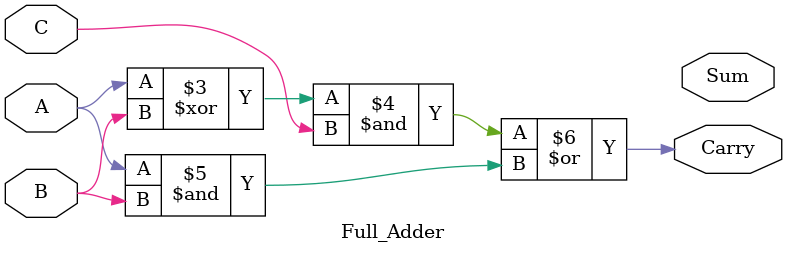
<source format=v>
module Full_Adder(A, B,C,Sum,Carry);

input A, B, C;
output Sum, Carry;

assign sum = A^B^C;
assign Carry = (A^B) & C | (A&B);

endmodule

</source>
